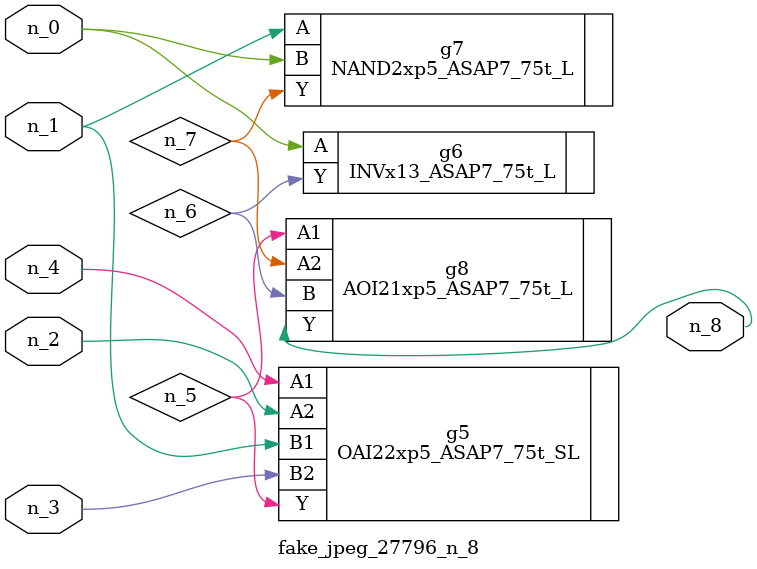
<source format=v>
module fake_jpeg_27796_n_8 (n_3, n_2, n_1, n_0, n_4, n_8);

input n_3;
input n_2;
input n_1;
input n_0;
input n_4;

output n_8;

wire n_6;
wire n_5;
wire n_7;

OAI22xp5_ASAP7_75t_SL g5 ( 
.A1(n_4),
.A2(n_2),
.B1(n_1),
.B2(n_3),
.Y(n_5)
);

INVx13_ASAP7_75t_L g6 ( 
.A(n_0),
.Y(n_6)
);

NAND2xp5_ASAP7_75t_L g7 ( 
.A(n_1),
.B(n_0),
.Y(n_7)
);

AOI21xp5_ASAP7_75t_L g8 ( 
.A1(n_5),
.A2(n_7),
.B(n_6),
.Y(n_8)
);


endmodule
</source>
